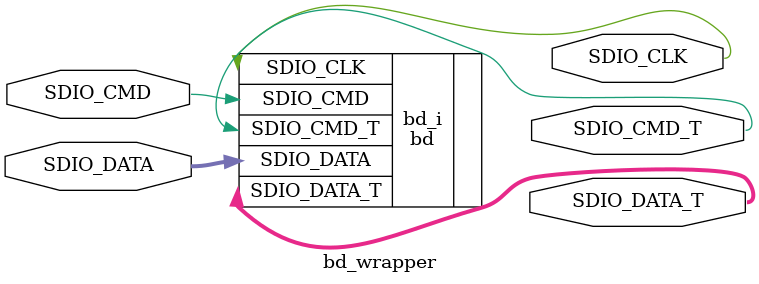
<source format=v>
`timescale 1 ps / 1 ps

module bd_wrapper
   (SDIO_CLK,
    SDIO_CMD,
    SDIO_CMD_T,
    SDIO_DATA,
    SDIO_DATA_T);
  output SDIO_CLK;
  inout SDIO_CMD;
  output SDIO_CMD_T;
  inout [7:0]SDIO_DATA;
  output [7:0]SDIO_DATA_T;

  wire SDIO_CLK;
  wire SDIO_CMD;
  wire SDIO_CMD_T;
  wire [7:0]SDIO_DATA;
  wire [7:0]SDIO_DATA_T;

  bd bd_i
       (.SDIO_CLK(SDIO_CLK),
        .SDIO_CMD(SDIO_CMD),
        .SDIO_CMD_T(SDIO_CMD_T),
        .SDIO_DATA(SDIO_DATA),
        .SDIO_DATA_T(SDIO_DATA_T));
endmodule

</source>
